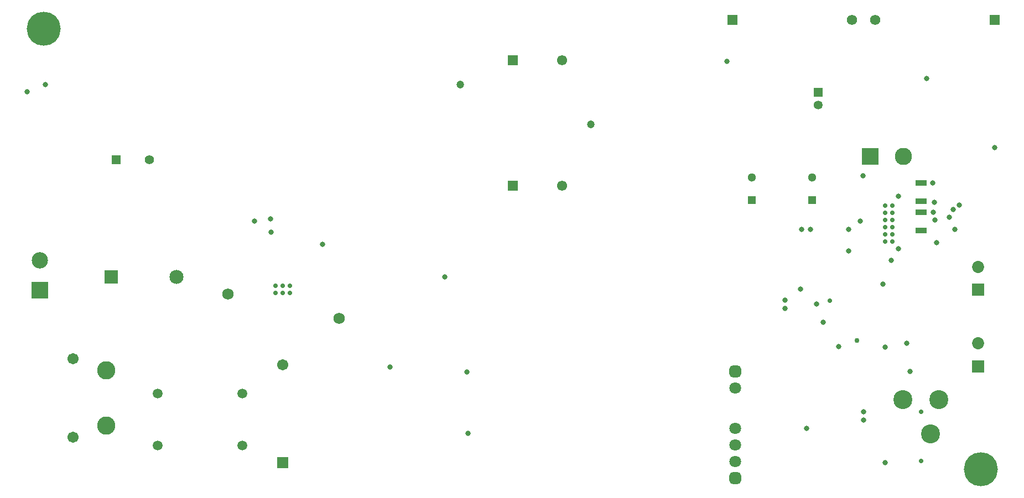
<source format=gbr>
G04*
G04 #@! TF.GenerationSoftware,Altium Limited,Altium Designer,25.5.2 (35)*
G04*
G04 Layer_Color=16711935*
%FSLAX25Y25*%
%MOIN*%
G70*
G04*
G04 #@! TF.SameCoordinates,0CD17ABA-5868-42C4-872B-F719D901D850*
G04*
G04*
G04 #@! TF.FilePolarity,Negative*
G04*
G01*
G75*
%ADD71R,0.06693X0.03740*%
%ADD140C,0.06706*%
%ADD141R,0.06706X0.06706*%
%ADD142R,0.05524X0.05524*%
%ADD143C,0.05524*%
%ADD144R,0.09843X0.09843*%
%ADD145C,0.09843*%
%ADD146C,0.08477*%
%ADD147R,0.08477X0.08477*%
%ADD148C,0.05918*%
%ADD149C,0.11017*%
%ADD150C,0.06174*%
G04:AMPARAMS|DCode=151|XSize=70.99mil|YSize=70.99mil|CornerRadius=19.75mil|HoleSize=0mil|Usage=FLASHONLY|Rotation=90.000|XOffset=0mil|YOffset=0mil|HoleType=Round|Shape=RoundedRectangle|*
%AMROUNDEDRECTD151*
21,1,0.07099,0.03150,0,0,90.0*
21,1,0.03150,0.07099,0,0,90.0*
1,1,0.03950,0.01575,0.01575*
1,1,0.03950,0.01575,-0.01575*
1,1,0.03950,-0.01575,-0.01575*
1,1,0.03950,-0.01575,0.01575*
%
%ADD151ROUNDEDRECTD151*%
%ADD152C,0.11446*%
%ADD153C,0.05328*%
%ADD154R,0.06102X0.06102*%
%ADD155R,0.05118X0.05118*%
%ADD156C,0.07099*%
%ADD157C,0.20485*%
%ADD158C,0.06102*%
%ADD159C,0.10367*%
%ADD160R,0.10367X0.10367*%
%ADD161R,0.06174X0.06174*%
%ADD162C,0.05118*%
%ADD163C,0.02769*%
%ADD164C,0.07296*%
%ADD165R,0.07296X0.07296*%
%ADD166C,0.02953*%
%ADD167R,0.05328X0.05328*%
%ADD168C,0.03300*%
%ADD169C,0.06800*%
%ADD170C,0.02800*%
%ADD171C,0.04737*%
D71*
X645500Y260988D02*
D03*
Y272012D02*
D03*
Y278488D02*
D03*
Y289512D02*
D03*
D140*
X261000Y180000D02*
D03*
X134500Y136256D02*
D03*
Y183500D02*
D03*
D141*
X261000Y120945D02*
D03*
D142*
X160815Y303500D02*
D03*
D143*
X180500D02*
D03*
D144*
X114779Y224890D02*
D03*
D145*
Y243000D02*
D03*
D146*
X197000Y233000D02*
D03*
D147*
X157630D02*
D03*
D148*
X236681Y131181D02*
D03*
X185500D02*
D03*
Y162677D02*
D03*
X236681D02*
D03*
D149*
X154500Y176610D02*
D03*
Y143146D02*
D03*
D150*
X617913Y388000D02*
D03*
X604087D02*
D03*
D151*
X533500Y111500D02*
D03*
Y176000D02*
D03*
D152*
X651405Y138142D02*
D03*
X656327Y159008D02*
D03*
X634673D02*
D03*
D153*
X583500Y336500D02*
D03*
D154*
X399736Y363500D02*
D03*
Y288000D02*
D03*
D155*
X580000Y279110D02*
D03*
X543500D02*
D03*
D156*
X533500Y166000D02*
D03*
Y141500D02*
D03*
Y131500D02*
D03*
Y121500D02*
D03*
D157*
X117000Y382500D02*
D03*
X681500Y117000D02*
D03*
D158*
X429264Y288000D02*
D03*
Y363500D02*
D03*
D159*
X635000Y305500D02*
D03*
D160*
X615000D02*
D03*
D161*
X532000Y388000D02*
D03*
X690000D02*
D03*
D162*
X543500Y292890D02*
D03*
X580000D02*
D03*
D163*
X645500Y151528D02*
D03*
Y122000D02*
D03*
X265220Y223264D02*
D03*
Y227594D02*
D03*
X256559D02*
D03*
Y223264D02*
D03*
X260890Y227594D02*
D03*
Y223264D02*
D03*
X628189Y267209D02*
D03*
Y254217D02*
D03*
Y262878D02*
D03*
Y258547D02*
D03*
Y275870D02*
D03*
X623858Y271539D02*
D03*
X628189D02*
D03*
X623858Y275870D02*
D03*
Y258547D02*
D03*
Y262878D02*
D03*
Y254217D02*
D03*
Y267209D02*
D03*
D164*
X680000Y239000D02*
D03*
Y192780D02*
D03*
D165*
Y225220D02*
D03*
Y179000D02*
D03*
D166*
X607000Y194500D02*
D03*
D167*
X583500Y344374D02*
D03*
D168*
X665975Y261475D02*
D03*
X653896Y267239D02*
D03*
X285000Y252500D02*
D03*
X254000Y260000D02*
D03*
X573000Y225500D02*
D03*
X243865Y266500D02*
D03*
X253500Y268000D02*
D03*
X107000Y344500D02*
D03*
X118000Y349000D02*
D03*
X662677Y269000D02*
D03*
X586500Y205500D02*
D03*
X582500Y216500D02*
D03*
X622500Y228500D02*
D03*
X576500Y141500D02*
D03*
X652500Y289500D02*
D03*
X655000Y253500D02*
D03*
X653000Y272000D02*
D03*
X639070Y176019D02*
D03*
X653782Y278000D02*
D03*
X668753Y276370D02*
D03*
X665000Y273649D02*
D03*
X636835Y193000D02*
D03*
X632000Y250000D02*
D03*
Y281500D02*
D03*
X573500Y261500D02*
D03*
X690000Y311000D02*
D03*
X602001Y261603D02*
D03*
X609000Y266500D02*
D03*
X602000Y248500D02*
D03*
X627500Y243000D02*
D03*
X579000Y261500D02*
D03*
X596000Y191000D02*
D03*
X610500Y294000D02*
D03*
X611000Y151500D02*
D03*
X563500Y219000D02*
D03*
X624000Y190500D02*
D03*
Y121000D02*
D03*
X611000Y146500D02*
D03*
X563500Y214000D02*
D03*
X528500Y363000D02*
D03*
X649000Y352500D02*
D03*
X358500Y233000D02*
D03*
X325500Y178500D02*
D03*
X372500Y138500D02*
D03*
X372000Y175500D02*
D03*
D169*
X228000Y222500D02*
D03*
X295000Y208000D02*
D03*
D170*
X590500Y218528D02*
D03*
D171*
X446500Y325000D02*
D03*
X368000Y349000D02*
D03*
M02*

</source>
